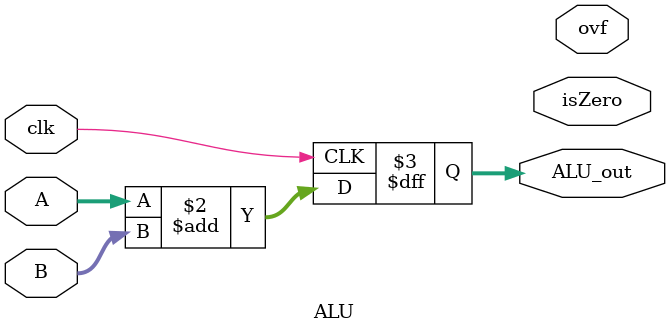
<source format=v>

module ALU( A, B, ALU_out, ovf, isZero, clk );

	input[17:0] A;
	input[17:0] B;		
	//input[2:0] ctrl;			// for hardware control unit
	input clk;					// used for shifting output
	output[17:0] ALU_out;
	output ovf;
	output isZero;
	
	//------------------------------------------------------
	// internal nodes
	//------------------------------------------------------
	reg [17:0] ALU_out;
	
	always @ (posedge clk)
	begin
		ALU_out <= A + B;
	end
	
endmodule
	
</source>
